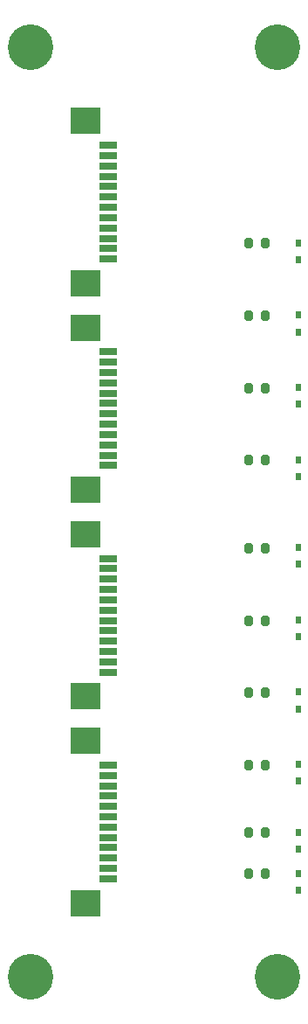
<source format=gbr>
%TF.GenerationSoftware,KiCad,Pcbnew,9.0.6*%
%TF.CreationDate,2025-12-11T14:01:36+03:00*%
%TF.ProjectId,PMLED-10,504d4c45-442d-4313-902e-6b696361645f,rev?*%
%TF.SameCoordinates,PX3ec0740PY6021600*%
%TF.FileFunction,Soldermask,Top*%
%TF.FilePolarity,Negative*%
%FSLAX46Y46*%
G04 Gerber Fmt 4.6, Leading zero omitted, Abs format (unit mm)*
G04 Created by KiCad (PCBNEW 9.0.6) date 2025-12-11 14:01:36*
%MOMM*%
%LPD*%
G01*
G04 APERTURE LIST*
G04 Aperture macros list*
%AMRoundRect*
0 Rectangle with rounded corners*
0 $1 Rounding radius*
0 $2 $3 $4 $5 $6 $7 $8 $9 X,Y pos of 4 corners*
0 Add a 4 corners polygon primitive as box body*
4,1,4,$2,$3,$4,$5,$6,$7,$8,$9,$2,$3,0*
0 Add four circle primitives for the rounded corners*
1,1,$1+$1,$2,$3*
1,1,$1+$1,$4,$5*
1,1,$1+$1,$6,$7*
1,1,$1+$1,$8,$9*
0 Add four rect primitives between the rounded corners*
20,1,$1+$1,$2,$3,$4,$5,0*
20,1,$1+$1,$4,$5,$6,$7,0*
20,1,$1+$1,$6,$7,$8,$9,0*
20,1,$1+$1,$8,$9,$2,$3,0*%
G04 Aperture macros list end*
%ADD10RoundRect,0.200000X-0.200000X-0.275000X0.200000X-0.275000X0.200000X0.275000X-0.200000X0.275000X0*%
%ADD11R,0.480000X0.770000*%
%ADD12R,1.803400X0.635000*%
%ADD13R,2.997200X2.590800*%
%ADD14C,4.420000*%
G04 APERTURE END LIST*
D10*
%TO.C,R10*%
X9175000Y-35000000D03*
X10825000Y-35000000D03*
%TD*%
%TO.C,R9*%
X9175000Y-31000000D03*
X10825000Y-31000000D03*
%TD*%
%TO.C,R8*%
X9175000Y-24500000D03*
X10825000Y-24500000D03*
%TD*%
%TO.C,R7*%
X9175000Y-17500000D03*
X10825000Y-17500000D03*
%TD*%
%TO.C,R6*%
X9175000Y-10500000D03*
X10825000Y-10500000D03*
%TD*%
%TO.C,R4*%
X9175000Y5000000D03*
X10825000Y5000000D03*
%TD*%
%TO.C,R3*%
X9175000Y12000000D03*
X10825000Y12000000D03*
%TD*%
%TO.C,R2*%
X9175000Y19000000D03*
X10825000Y19000000D03*
%TD*%
%TO.C,R1*%
X9175000Y26000000D03*
X10825000Y26000000D03*
%TD*%
%TO.C,R5*%
X9175000Y-3500000D03*
X10825000Y-3500000D03*
%TD*%
D11*
%TO.C,D2*%
X14000000Y17435000D03*
X14000000Y19065000D03*
%TD*%
%TO.C,D3*%
X14000000Y10435000D03*
X14000000Y12065000D03*
%TD*%
%TO.C,D8*%
X14000000Y-26065000D03*
X14000000Y-24435000D03*
%TD*%
%TO.C,D7*%
X14000000Y-19065000D03*
X14000000Y-17435000D03*
%TD*%
%TO.C,D9*%
X14000000Y-32630000D03*
X14000000Y-31000000D03*
%TD*%
%TO.C,D1*%
X14000000Y24435000D03*
X14000000Y26065000D03*
%TD*%
%TO.C,D4*%
X14000000Y3435000D03*
X14000000Y5065000D03*
%TD*%
%TO.C,D10*%
X14000000Y-36630000D03*
X14000000Y-35000000D03*
%TD*%
%TO.C,D6*%
X14000000Y-12065000D03*
X14000000Y-10435000D03*
%TD*%
%TO.C,D5*%
X14000000Y-5065000D03*
X14000000Y-3435000D03*
%TD*%
D12*
%TO.C,J1*%
X-4444000Y35499992D03*
X-4444000Y34499994D03*
X-4444000Y33499996D03*
X-4444000Y32499998D03*
X-4444000Y31500000D03*
X-4444000Y30500000D03*
X-4444000Y29500000D03*
X-4444000Y28500000D03*
X-4444000Y27500002D03*
X-4444000Y26500004D03*
X-4444000Y25500006D03*
X-4444000Y24500008D03*
D13*
X-6614001Y37850003D03*
X-6614001Y22149997D03*
%TD*%
D12*
%TO.C,J3*%
X-4444000Y-4500008D03*
X-4444000Y-5500006D03*
X-4444000Y-6500004D03*
X-4444000Y-7500002D03*
X-4444000Y-8500000D03*
X-4444000Y-9500000D03*
X-4444000Y-10500000D03*
X-4444000Y-11500000D03*
X-4444000Y-12499998D03*
X-4444000Y-13499996D03*
X-4444000Y-14499994D03*
X-4444000Y-15499992D03*
D13*
X-6614001Y-2149997D03*
X-6614001Y-17850003D03*
%TD*%
D12*
%TO.C,J2*%
X-4444000Y15499992D03*
X-4444000Y14499994D03*
X-4444000Y13499996D03*
X-4444000Y12499998D03*
X-4444000Y11500000D03*
X-4444000Y10500000D03*
X-4444000Y9500000D03*
X-4444000Y8500000D03*
X-4444000Y7500002D03*
X-4444000Y6500004D03*
X-4444000Y5500006D03*
X-4444000Y4500008D03*
D13*
X-6614001Y17850003D03*
X-6614001Y2149997D03*
%TD*%
D12*
%TO.C,J4*%
X-4444000Y-24500008D03*
X-4444000Y-25500006D03*
X-4444000Y-26500004D03*
X-4444000Y-27500002D03*
X-4444000Y-28500000D03*
X-4444000Y-29500000D03*
X-4444000Y-30500000D03*
X-4444000Y-31500000D03*
X-4444000Y-32499998D03*
X-4444000Y-33499996D03*
X-4444000Y-34499994D03*
X-4444000Y-35499992D03*
D13*
X-6614001Y-22149997D03*
X-6614001Y-37850003D03*
%TD*%
D14*
%TO.C,H2*%
X-12000000Y-45000000D03*
%TD*%
%TO.C,H3*%
X12000000Y45000000D03*
%TD*%
%TO.C,H5*%
X-12000000Y45000000D03*
%TD*%
%TO.C,H1*%
X12000000Y-45000000D03*
%TD*%
M02*

</source>
